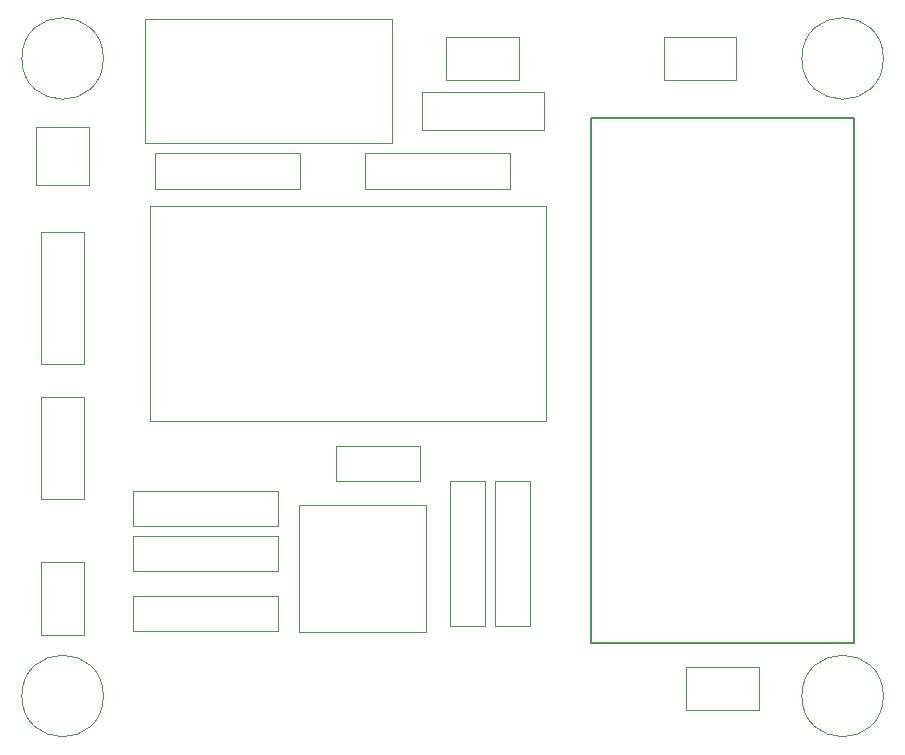
<source format=gbr>
G04 #@! TF.GenerationSoftware,KiCad,Pcbnew,(5.0.2-5)-5*
G04 #@! TF.CreationDate,2022-02-20T19:00:33+00:00*
G04 #@! TF.ProjectId,soldering_iron,736f6c64-6572-4696-9e67-5f69726f6e2e,rev?*
G04 #@! TF.SameCoordinates,Original*
G04 #@! TF.FileFunction,Other,User*
%FSLAX46Y46*%
G04 Gerber Fmt 4.6, Leading zero omitted, Abs format (unit mm)*
G04 Created by KiCad (PCBNEW (5.0.2-5)-5) date Sunday, 20 February 2022 at 19:00:33*
%MOMM*%
%LPD*%
G01*
G04 APERTURE LIST*
%ADD10C,0.150000*%
%ADD11C,0.050000*%
G04 APERTURE END LIST*
D10*
G04 #@! TO.C,U1*
X123507500Y-30480000D02*
X145732500Y-30480000D01*
X123507500Y-74930000D02*
X123507500Y-30480000D01*
X145732500Y-74930000D02*
X123507500Y-74930000D01*
X145732500Y-30480000D02*
X145732500Y-74930000D01*
D11*
G04 #@! TO.C,J1*
X129645000Y-23600000D02*
X129645000Y-27200000D01*
X135795000Y-23600000D02*
X129645000Y-23600000D01*
X135795000Y-27200000D02*
X135795000Y-23600000D01*
X129645000Y-27200000D02*
X135795000Y-27200000D01*
G04 #@! TO.C,J3*
X80540000Y-54080000D02*
X76940000Y-54080000D01*
X80540000Y-62730000D02*
X80540000Y-54080000D01*
X76940000Y-62730000D02*
X80540000Y-62730000D01*
X76940000Y-54080000D02*
X76940000Y-62730000D01*
G04 #@! TO.C,U2*
X109480000Y-63170000D02*
X98780000Y-63170000D01*
X109480000Y-73970000D02*
X109480000Y-63170000D01*
X98780000Y-73970000D02*
X109480000Y-73970000D01*
X98780000Y-63170000D02*
X98780000Y-73970000D01*
G04 #@! TO.C,D1*
X119460000Y-28245000D02*
X109140000Y-28245000D01*
X119460000Y-31445000D02*
X119460000Y-28245000D01*
X109140000Y-31445000D02*
X119460000Y-31445000D01*
X109140000Y-28245000D02*
X109140000Y-31445000D01*
G04 #@! TO.C,D2*
X80990000Y-36085000D02*
X80990000Y-31235000D01*
X76490000Y-36085000D02*
X80990000Y-36085000D01*
X76490000Y-31235000D02*
X76490000Y-36085000D01*
X80990000Y-31235000D02*
X76490000Y-31235000D01*
G04 #@! TO.C,J5*
X131550000Y-76940000D02*
X131550000Y-80540000D01*
X137700000Y-76940000D02*
X131550000Y-76940000D01*
X137700000Y-80540000D02*
X137700000Y-76940000D01*
X131550000Y-80540000D02*
X137700000Y-80540000D01*
G04 #@! TO.C,Q1*
X85700000Y-22055000D02*
X85700000Y-32555000D01*
X106660000Y-22055000D02*
X85700000Y-22055000D01*
X106660000Y-32555000D02*
X106660000Y-22055000D01*
X85700000Y-32555000D02*
X106660000Y-32555000D01*
G04 #@! TO.C,H1*
X82190000Y-25400000D02*
G75*
G03X82190000Y-25400000I-3450000J0D01*
G01*
G04 #@! TO.C,H2*
X148230000Y-79375000D02*
G75*
G03X148230000Y-79375000I-3450000J0D01*
G01*
G04 #@! TO.C,H3*
X148230000Y-25400000D02*
G75*
G03X148230000Y-25400000I-3450000J0D01*
G01*
G04 #@! TO.C,H4*
X82190000Y-79375000D02*
G75*
G03X82190000Y-79375000I-3450000J0D01*
G01*
G04 #@! TO.C,R1*
X114530000Y-73440000D02*
X114530000Y-61180000D01*
X111530000Y-73440000D02*
X114530000Y-73440000D01*
X111530000Y-61180000D02*
X111530000Y-73440000D01*
X114530000Y-61180000D02*
X111530000Y-61180000D01*
G04 #@! TO.C,R2*
X115340000Y-61180000D02*
X115340000Y-73440000D01*
X118340000Y-61180000D02*
X115340000Y-61180000D01*
X118340000Y-73440000D02*
X118340000Y-61180000D01*
X115340000Y-73440000D02*
X118340000Y-73440000D01*
G04 #@! TO.C,R3*
X116620000Y-33425000D02*
X104360000Y-33425000D01*
X116620000Y-36425000D02*
X116620000Y-33425000D01*
X104360000Y-36425000D02*
X116620000Y-36425000D01*
X104360000Y-33425000D02*
X104360000Y-36425000D01*
G04 #@! TO.C,R4*
X84675000Y-73890000D02*
X96935000Y-73890000D01*
X84675000Y-70890000D02*
X84675000Y-73890000D01*
X96935000Y-70890000D02*
X84675000Y-70890000D01*
X96935000Y-73890000D02*
X96935000Y-70890000D01*
G04 #@! TO.C,R5*
X84675000Y-68810000D02*
X96935000Y-68810000D01*
X84675000Y-65810000D02*
X84675000Y-68810000D01*
X96935000Y-65810000D02*
X84675000Y-65810000D01*
X96935000Y-68810000D02*
X96935000Y-65810000D01*
G04 #@! TO.C,R6*
X96935000Y-62000000D02*
X84675000Y-62000000D01*
X96935000Y-65000000D02*
X96935000Y-62000000D01*
X84675000Y-65000000D02*
X96935000Y-65000000D01*
X84675000Y-62000000D02*
X84675000Y-65000000D01*
G04 #@! TO.C,R7*
X98840000Y-33425000D02*
X86580000Y-33425000D01*
X98840000Y-36425000D02*
X98840000Y-33425000D01*
X86580000Y-36425000D02*
X98840000Y-36425000D01*
X86580000Y-33425000D02*
X86580000Y-36425000D01*
G04 #@! TO.C,C1*
X101900000Y-61190000D02*
X109000000Y-61190000D01*
X101900000Y-58190000D02*
X101900000Y-61190000D01*
X109000000Y-58190000D02*
X101900000Y-58190000D01*
X109000000Y-61190000D02*
X109000000Y-58190000D01*
G04 #@! TO.C,J6*
X111230000Y-23600000D02*
X111230000Y-27200000D01*
X117380000Y-23600000D02*
X111230000Y-23600000D01*
X117380000Y-27200000D02*
X117380000Y-23600000D01*
X111230000Y-27200000D02*
X117380000Y-27200000D01*
G04 #@! TO.C,J2*
X80540000Y-40110000D02*
X76940000Y-40110000D01*
X80540000Y-51310000D02*
X80540000Y-40110000D01*
X76940000Y-51310000D02*
X80540000Y-51310000D01*
X76940000Y-40110000D02*
X76940000Y-51310000D01*
G04 #@! TO.C,J4*
X80540000Y-68050000D02*
X76940000Y-68050000D01*
X80540000Y-74200000D02*
X80540000Y-68050000D01*
X76940000Y-74200000D02*
X80540000Y-74200000D01*
X76940000Y-68050000D02*
X76940000Y-74200000D01*
G04 #@! TO.C,U3*
X119630000Y-37850000D02*
X119630000Y-56130000D01*
X119630000Y-56130000D02*
X86110000Y-56130000D01*
X86110000Y-56130000D02*
X86110000Y-37850000D01*
X86110000Y-37850000D02*
X119630000Y-37850000D01*
G04 #@! TD*
M02*

</source>
